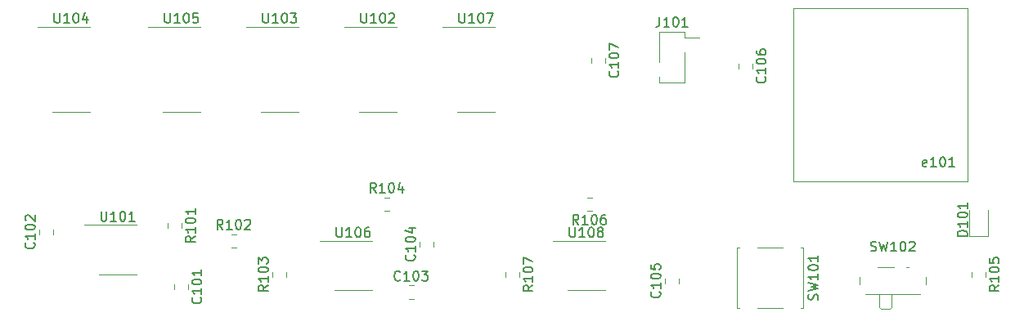
<source format=gbr>
G04 #@! TF.GenerationSoftware,KiCad,Pcbnew,5.1.5+dfsg1-2build2*
G04 #@! TF.CreationDate,2021-01-30T12:17:23-05:00*
G04 #@! TF.ProjectId,breadboard_clock,62726561-6462-46f6-9172-645f636c6f63,rev?*
G04 #@! TF.SameCoordinates,Original*
G04 #@! TF.FileFunction,Legend,Top*
G04 #@! TF.FilePolarity,Positive*
%FSLAX46Y46*%
G04 Gerber Fmt 4.6, Leading zero omitted, Abs format (unit mm)*
G04 Created by KiCad (PCBNEW 5.1.5+dfsg1-2build2) date 2021-01-30 12:17:23*
%MOMM*%
%LPD*%
G04 APERTURE LIST*
%ADD10C,0.120000*%
%ADD11C,0.150000*%
G04 APERTURE END LIST*
D10*
X138540000Y-82520000D02*
X120540000Y-82520000D01*
X138540000Y-100520000D02*
X138540000Y-82520000D01*
X120540000Y-100520000D02*
X138540000Y-100520000D01*
X120540000Y-82520000D02*
X120540000Y-100520000D01*
X106620000Y-89660000D02*
X106620000Y-90230000D01*
X109280000Y-85030000D02*
X109280000Y-85600000D01*
X109280000Y-85600000D02*
X110800000Y-85600000D01*
X106620000Y-85030000D02*
X106620000Y-88140000D01*
X109280000Y-87120000D02*
X109280000Y-90230000D01*
X106620000Y-90230000D02*
X109280000Y-90230000D01*
X106620000Y-85030000D02*
X109280000Y-85030000D01*
X99060000Y-106660000D02*
X95610000Y-106660000D01*
X99060000Y-106660000D02*
X101010000Y-106660000D01*
X99060000Y-111780000D02*
X97110000Y-111780000D01*
X99060000Y-111780000D02*
X101010000Y-111780000D01*
X87630000Y-84465000D02*
X84180000Y-84465000D01*
X87630000Y-84465000D02*
X89580000Y-84465000D01*
X87630000Y-93335000D02*
X85680000Y-93335000D01*
X87630000Y-93335000D02*
X89580000Y-93335000D01*
X74930000Y-106660000D02*
X71480000Y-106660000D01*
X74930000Y-106660000D02*
X76880000Y-106660000D01*
X74930000Y-111780000D02*
X72980000Y-111780000D01*
X74930000Y-111780000D02*
X76880000Y-111780000D01*
X57150000Y-84465000D02*
X53700000Y-84465000D01*
X57150000Y-84465000D02*
X59100000Y-84465000D01*
X57150000Y-93335000D02*
X55200000Y-93335000D01*
X57150000Y-93335000D02*
X59100000Y-93335000D01*
X45720000Y-84465000D02*
X42270000Y-84465000D01*
X45720000Y-84465000D02*
X47670000Y-84465000D01*
X45720000Y-93335000D02*
X43770000Y-93335000D01*
X45720000Y-93335000D02*
X47670000Y-93335000D01*
X67310000Y-84465000D02*
X63860000Y-84465000D01*
X67310000Y-84465000D02*
X69260000Y-84465000D01*
X67310000Y-93335000D02*
X65360000Y-93335000D01*
X67310000Y-93335000D02*
X69260000Y-93335000D01*
X77470000Y-84465000D02*
X74020000Y-84465000D01*
X77470000Y-84465000D02*
X79420000Y-84465000D01*
X77470000Y-93335000D02*
X75520000Y-93335000D01*
X77470000Y-93335000D02*
X79420000Y-93335000D01*
X50560000Y-105010000D02*
X47110000Y-105010000D01*
X50560000Y-105010000D02*
X52510000Y-105010000D01*
X50560000Y-110130000D02*
X48610000Y-110130000D01*
X50560000Y-110130000D02*
X52510000Y-110130000D01*
X134260000Y-111210000D02*
X134260000Y-110420000D01*
X127360000Y-110420000D02*
X127360000Y-111210000D01*
X129210000Y-109370000D02*
X130910000Y-109370000D01*
X127960000Y-112220000D02*
X133660000Y-112220000D01*
X130710000Y-113510000D02*
X130710000Y-112220000D01*
X129610000Y-113720000D02*
X130510000Y-113720000D01*
X129410000Y-112220000D02*
X129410000Y-113510000D01*
X130710000Y-113510000D02*
X130510000Y-113720000D01*
X129410000Y-113510000D02*
X129610000Y-113720000D01*
X132210000Y-109370000D02*
X132410000Y-109370000D01*
X119410000Y-113640000D02*
X116810000Y-113640000D01*
X114660000Y-107340000D02*
X114910000Y-107340000D01*
X114660000Y-113640000D02*
X114660000Y-107340000D01*
X114910000Y-113640000D02*
X114660000Y-113640000D01*
X116810000Y-107340000D02*
X119410000Y-107340000D01*
X121560000Y-113640000D02*
X121310000Y-113640000D01*
X121560000Y-107340000D02*
X121560000Y-113640000D01*
X121310000Y-107340000D02*
X121560000Y-107340000D01*
X90730000Y-109898922D02*
X90730000Y-110416078D01*
X92150000Y-109898922D02*
X92150000Y-110416078D01*
X99651078Y-102160000D02*
X99133922Y-102160000D01*
X99651078Y-103580000D02*
X99133922Y-103580000D01*
X138990000Y-109898922D02*
X138990000Y-110416078D01*
X140410000Y-109898922D02*
X140410000Y-110416078D01*
X78148922Y-103580000D02*
X78666078Y-103580000D01*
X78148922Y-102160000D02*
X78666078Y-102160000D01*
X68020000Y-110416078D02*
X68020000Y-109898922D01*
X66600000Y-110416078D02*
X66600000Y-109898922D01*
X62303922Y-107390000D02*
X62821078Y-107390000D01*
X62303922Y-105970000D02*
X62821078Y-105970000D01*
X55775000Y-104818922D02*
X55775000Y-105336078D01*
X57195000Y-104818922D02*
X57195000Y-105336078D01*
X140660000Y-106157500D02*
X140660000Y-103472500D01*
X138740000Y-106157500D02*
X140660000Y-106157500D01*
X138740000Y-103472500D02*
X138740000Y-106157500D01*
X99620000Y-87703922D02*
X99620000Y-88221078D01*
X101040000Y-87703922D02*
X101040000Y-88221078D01*
X114860000Y-88308922D02*
X114860000Y-88826078D01*
X116280000Y-88308922D02*
X116280000Y-88826078D01*
X108660000Y-111081078D02*
X108660000Y-110563922D01*
X107240000Y-111081078D02*
X107240000Y-110563922D01*
X83260000Y-107271078D02*
X83260000Y-106753922D01*
X81840000Y-107271078D02*
X81840000Y-106753922D01*
X80678922Y-112710000D02*
X81196078Y-112710000D01*
X80678922Y-111290000D02*
X81196078Y-111290000D01*
X43890000Y-106001078D02*
X43890000Y-105483922D01*
X42470000Y-106001078D02*
X42470000Y-105483922D01*
X56440000Y-111168922D02*
X56440000Y-111686078D01*
X57860000Y-111168922D02*
X57860000Y-111686078D01*
D11*
X134301904Y-98924761D02*
X134206666Y-98972380D01*
X134016190Y-98972380D01*
X133920952Y-98924761D01*
X133873333Y-98829523D01*
X133873333Y-98448571D01*
X133920952Y-98353333D01*
X134016190Y-98305714D01*
X134206666Y-98305714D01*
X134301904Y-98353333D01*
X134349523Y-98448571D01*
X134349523Y-98543809D01*
X133873333Y-98639047D01*
X135301904Y-98972380D02*
X134730476Y-98972380D01*
X135016190Y-98972380D02*
X135016190Y-97972380D01*
X134920952Y-98115238D01*
X134825714Y-98210476D01*
X134730476Y-98258095D01*
X135920952Y-97972380D02*
X136016190Y-97972380D01*
X136111428Y-98020000D01*
X136159047Y-98067619D01*
X136206666Y-98162857D01*
X136254285Y-98353333D01*
X136254285Y-98591428D01*
X136206666Y-98781904D01*
X136159047Y-98877142D01*
X136111428Y-98924761D01*
X136016190Y-98972380D01*
X135920952Y-98972380D01*
X135825714Y-98924761D01*
X135778095Y-98877142D01*
X135730476Y-98781904D01*
X135682857Y-98591428D01*
X135682857Y-98353333D01*
X135730476Y-98162857D01*
X135778095Y-98067619D01*
X135825714Y-98020000D01*
X135920952Y-97972380D01*
X137206666Y-98972380D02*
X136635238Y-98972380D01*
X136920952Y-98972380D02*
X136920952Y-97972380D01*
X136825714Y-98115238D01*
X136730476Y-98210476D01*
X136635238Y-98258095D01*
X106664285Y-83482380D02*
X106664285Y-84196666D01*
X106616666Y-84339523D01*
X106521428Y-84434761D01*
X106378571Y-84482380D01*
X106283333Y-84482380D01*
X107664285Y-84482380D02*
X107092857Y-84482380D01*
X107378571Y-84482380D02*
X107378571Y-83482380D01*
X107283333Y-83625238D01*
X107188095Y-83720476D01*
X107092857Y-83768095D01*
X108283333Y-83482380D02*
X108378571Y-83482380D01*
X108473809Y-83530000D01*
X108521428Y-83577619D01*
X108569047Y-83672857D01*
X108616666Y-83863333D01*
X108616666Y-84101428D01*
X108569047Y-84291904D01*
X108521428Y-84387142D01*
X108473809Y-84434761D01*
X108378571Y-84482380D01*
X108283333Y-84482380D01*
X108188095Y-84434761D01*
X108140476Y-84387142D01*
X108092857Y-84291904D01*
X108045238Y-84101428D01*
X108045238Y-83863333D01*
X108092857Y-83672857D01*
X108140476Y-83577619D01*
X108188095Y-83530000D01*
X108283333Y-83482380D01*
X109569047Y-84482380D02*
X108997619Y-84482380D01*
X109283333Y-84482380D02*
X109283333Y-83482380D01*
X109188095Y-83625238D01*
X109092857Y-83720476D01*
X108997619Y-83768095D01*
X97345714Y-105272380D02*
X97345714Y-106081904D01*
X97393333Y-106177142D01*
X97440952Y-106224761D01*
X97536190Y-106272380D01*
X97726666Y-106272380D01*
X97821904Y-106224761D01*
X97869523Y-106177142D01*
X97917142Y-106081904D01*
X97917142Y-105272380D01*
X98917142Y-106272380D02*
X98345714Y-106272380D01*
X98631428Y-106272380D02*
X98631428Y-105272380D01*
X98536190Y-105415238D01*
X98440952Y-105510476D01*
X98345714Y-105558095D01*
X99536190Y-105272380D02*
X99631428Y-105272380D01*
X99726666Y-105320000D01*
X99774285Y-105367619D01*
X99821904Y-105462857D01*
X99869523Y-105653333D01*
X99869523Y-105891428D01*
X99821904Y-106081904D01*
X99774285Y-106177142D01*
X99726666Y-106224761D01*
X99631428Y-106272380D01*
X99536190Y-106272380D01*
X99440952Y-106224761D01*
X99393333Y-106177142D01*
X99345714Y-106081904D01*
X99298095Y-105891428D01*
X99298095Y-105653333D01*
X99345714Y-105462857D01*
X99393333Y-105367619D01*
X99440952Y-105320000D01*
X99536190Y-105272380D01*
X100440952Y-105700952D02*
X100345714Y-105653333D01*
X100298095Y-105605714D01*
X100250476Y-105510476D01*
X100250476Y-105462857D01*
X100298095Y-105367619D01*
X100345714Y-105320000D01*
X100440952Y-105272380D01*
X100631428Y-105272380D01*
X100726666Y-105320000D01*
X100774285Y-105367619D01*
X100821904Y-105462857D01*
X100821904Y-105510476D01*
X100774285Y-105605714D01*
X100726666Y-105653333D01*
X100631428Y-105700952D01*
X100440952Y-105700952D01*
X100345714Y-105748571D01*
X100298095Y-105796190D01*
X100250476Y-105891428D01*
X100250476Y-106081904D01*
X100298095Y-106177142D01*
X100345714Y-106224761D01*
X100440952Y-106272380D01*
X100631428Y-106272380D01*
X100726666Y-106224761D01*
X100774285Y-106177142D01*
X100821904Y-106081904D01*
X100821904Y-105891428D01*
X100774285Y-105796190D01*
X100726666Y-105748571D01*
X100631428Y-105700952D01*
X85915714Y-83072380D02*
X85915714Y-83881904D01*
X85963333Y-83977142D01*
X86010952Y-84024761D01*
X86106190Y-84072380D01*
X86296666Y-84072380D01*
X86391904Y-84024761D01*
X86439523Y-83977142D01*
X86487142Y-83881904D01*
X86487142Y-83072380D01*
X87487142Y-84072380D02*
X86915714Y-84072380D01*
X87201428Y-84072380D02*
X87201428Y-83072380D01*
X87106190Y-83215238D01*
X87010952Y-83310476D01*
X86915714Y-83358095D01*
X88106190Y-83072380D02*
X88201428Y-83072380D01*
X88296666Y-83120000D01*
X88344285Y-83167619D01*
X88391904Y-83262857D01*
X88439523Y-83453333D01*
X88439523Y-83691428D01*
X88391904Y-83881904D01*
X88344285Y-83977142D01*
X88296666Y-84024761D01*
X88201428Y-84072380D01*
X88106190Y-84072380D01*
X88010952Y-84024761D01*
X87963333Y-83977142D01*
X87915714Y-83881904D01*
X87868095Y-83691428D01*
X87868095Y-83453333D01*
X87915714Y-83262857D01*
X87963333Y-83167619D01*
X88010952Y-83120000D01*
X88106190Y-83072380D01*
X88772857Y-83072380D02*
X89439523Y-83072380D01*
X89010952Y-84072380D01*
X73215714Y-105272380D02*
X73215714Y-106081904D01*
X73263333Y-106177142D01*
X73310952Y-106224761D01*
X73406190Y-106272380D01*
X73596666Y-106272380D01*
X73691904Y-106224761D01*
X73739523Y-106177142D01*
X73787142Y-106081904D01*
X73787142Y-105272380D01*
X74787142Y-106272380D02*
X74215714Y-106272380D01*
X74501428Y-106272380D02*
X74501428Y-105272380D01*
X74406190Y-105415238D01*
X74310952Y-105510476D01*
X74215714Y-105558095D01*
X75406190Y-105272380D02*
X75501428Y-105272380D01*
X75596666Y-105320000D01*
X75644285Y-105367619D01*
X75691904Y-105462857D01*
X75739523Y-105653333D01*
X75739523Y-105891428D01*
X75691904Y-106081904D01*
X75644285Y-106177142D01*
X75596666Y-106224761D01*
X75501428Y-106272380D01*
X75406190Y-106272380D01*
X75310952Y-106224761D01*
X75263333Y-106177142D01*
X75215714Y-106081904D01*
X75168095Y-105891428D01*
X75168095Y-105653333D01*
X75215714Y-105462857D01*
X75263333Y-105367619D01*
X75310952Y-105320000D01*
X75406190Y-105272380D01*
X76596666Y-105272380D02*
X76406190Y-105272380D01*
X76310952Y-105320000D01*
X76263333Y-105367619D01*
X76168095Y-105510476D01*
X76120476Y-105700952D01*
X76120476Y-106081904D01*
X76168095Y-106177142D01*
X76215714Y-106224761D01*
X76310952Y-106272380D01*
X76501428Y-106272380D01*
X76596666Y-106224761D01*
X76644285Y-106177142D01*
X76691904Y-106081904D01*
X76691904Y-105843809D01*
X76644285Y-105748571D01*
X76596666Y-105700952D01*
X76501428Y-105653333D01*
X76310952Y-105653333D01*
X76215714Y-105700952D01*
X76168095Y-105748571D01*
X76120476Y-105843809D01*
X55435714Y-83072380D02*
X55435714Y-83881904D01*
X55483333Y-83977142D01*
X55530952Y-84024761D01*
X55626190Y-84072380D01*
X55816666Y-84072380D01*
X55911904Y-84024761D01*
X55959523Y-83977142D01*
X56007142Y-83881904D01*
X56007142Y-83072380D01*
X57007142Y-84072380D02*
X56435714Y-84072380D01*
X56721428Y-84072380D02*
X56721428Y-83072380D01*
X56626190Y-83215238D01*
X56530952Y-83310476D01*
X56435714Y-83358095D01*
X57626190Y-83072380D02*
X57721428Y-83072380D01*
X57816666Y-83120000D01*
X57864285Y-83167619D01*
X57911904Y-83262857D01*
X57959523Y-83453333D01*
X57959523Y-83691428D01*
X57911904Y-83881904D01*
X57864285Y-83977142D01*
X57816666Y-84024761D01*
X57721428Y-84072380D01*
X57626190Y-84072380D01*
X57530952Y-84024761D01*
X57483333Y-83977142D01*
X57435714Y-83881904D01*
X57388095Y-83691428D01*
X57388095Y-83453333D01*
X57435714Y-83262857D01*
X57483333Y-83167619D01*
X57530952Y-83120000D01*
X57626190Y-83072380D01*
X58864285Y-83072380D02*
X58388095Y-83072380D01*
X58340476Y-83548571D01*
X58388095Y-83500952D01*
X58483333Y-83453333D01*
X58721428Y-83453333D01*
X58816666Y-83500952D01*
X58864285Y-83548571D01*
X58911904Y-83643809D01*
X58911904Y-83881904D01*
X58864285Y-83977142D01*
X58816666Y-84024761D01*
X58721428Y-84072380D01*
X58483333Y-84072380D01*
X58388095Y-84024761D01*
X58340476Y-83977142D01*
X44005714Y-83072380D02*
X44005714Y-83881904D01*
X44053333Y-83977142D01*
X44100952Y-84024761D01*
X44196190Y-84072380D01*
X44386666Y-84072380D01*
X44481904Y-84024761D01*
X44529523Y-83977142D01*
X44577142Y-83881904D01*
X44577142Y-83072380D01*
X45577142Y-84072380D02*
X45005714Y-84072380D01*
X45291428Y-84072380D02*
X45291428Y-83072380D01*
X45196190Y-83215238D01*
X45100952Y-83310476D01*
X45005714Y-83358095D01*
X46196190Y-83072380D02*
X46291428Y-83072380D01*
X46386666Y-83120000D01*
X46434285Y-83167619D01*
X46481904Y-83262857D01*
X46529523Y-83453333D01*
X46529523Y-83691428D01*
X46481904Y-83881904D01*
X46434285Y-83977142D01*
X46386666Y-84024761D01*
X46291428Y-84072380D01*
X46196190Y-84072380D01*
X46100952Y-84024761D01*
X46053333Y-83977142D01*
X46005714Y-83881904D01*
X45958095Y-83691428D01*
X45958095Y-83453333D01*
X46005714Y-83262857D01*
X46053333Y-83167619D01*
X46100952Y-83120000D01*
X46196190Y-83072380D01*
X47386666Y-83405714D02*
X47386666Y-84072380D01*
X47148571Y-83024761D02*
X46910476Y-83739047D01*
X47529523Y-83739047D01*
X65595714Y-83072380D02*
X65595714Y-83881904D01*
X65643333Y-83977142D01*
X65690952Y-84024761D01*
X65786190Y-84072380D01*
X65976666Y-84072380D01*
X66071904Y-84024761D01*
X66119523Y-83977142D01*
X66167142Y-83881904D01*
X66167142Y-83072380D01*
X67167142Y-84072380D02*
X66595714Y-84072380D01*
X66881428Y-84072380D02*
X66881428Y-83072380D01*
X66786190Y-83215238D01*
X66690952Y-83310476D01*
X66595714Y-83358095D01*
X67786190Y-83072380D02*
X67881428Y-83072380D01*
X67976666Y-83120000D01*
X68024285Y-83167619D01*
X68071904Y-83262857D01*
X68119523Y-83453333D01*
X68119523Y-83691428D01*
X68071904Y-83881904D01*
X68024285Y-83977142D01*
X67976666Y-84024761D01*
X67881428Y-84072380D01*
X67786190Y-84072380D01*
X67690952Y-84024761D01*
X67643333Y-83977142D01*
X67595714Y-83881904D01*
X67548095Y-83691428D01*
X67548095Y-83453333D01*
X67595714Y-83262857D01*
X67643333Y-83167619D01*
X67690952Y-83120000D01*
X67786190Y-83072380D01*
X68452857Y-83072380D02*
X69071904Y-83072380D01*
X68738571Y-83453333D01*
X68881428Y-83453333D01*
X68976666Y-83500952D01*
X69024285Y-83548571D01*
X69071904Y-83643809D01*
X69071904Y-83881904D01*
X69024285Y-83977142D01*
X68976666Y-84024761D01*
X68881428Y-84072380D01*
X68595714Y-84072380D01*
X68500476Y-84024761D01*
X68452857Y-83977142D01*
X75755714Y-83072380D02*
X75755714Y-83881904D01*
X75803333Y-83977142D01*
X75850952Y-84024761D01*
X75946190Y-84072380D01*
X76136666Y-84072380D01*
X76231904Y-84024761D01*
X76279523Y-83977142D01*
X76327142Y-83881904D01*
X76327142Y-83072380D01*
X77327142Y-84072380D02*
X76755714Y-84072380D01*
X77041428Y-84072380D02*
X77041428Y-83072380D01*
X76946190Y-83215238D01*
X76850952Y-83310476D01*
X76755714Y-83358095D01*
X77946190Y-83072380D02*
X78041428Y-83072380D01*
X78136666Y-83120000D01*
X78184285Y-83167619D01*
X78231904Y-83262857D01*
X78279523Y-83453333D01*
X78279523Y-83691428D01*
X78231904Y-83881904D01*
X78184285Y-83977142D01*
X78136666Y-84024761D01*
X78041428Y-84072380D01*
X77946190Y-84072380D01*
X77850952Y-84024761D01*
X77803333Y-83977142D01*
X77755714Y-83881904D01*
X77708095Y-83691428D01*
X77708095Y-83453333D01*
X77755714Y-83262857D01*
X77803333Y-83167619D01*
X77850952Y-83120000D01*
X77946190Y-83072380D01*
X78660476Y-83167619D02*
X78708095Y-83120000D01*
X78803333Y-83072380D01*
X79041428Y-83072380D01*
X79136666Y-83120000D01*
X79184285Y-83167619D01*
X79231904Y-83262857D01*
X79231904Y-83358095D01*
X79184285Y-83500952D01*
X78612857Y-84072380D01*
X79231904Y-84072380D01*
X48845714Y-103622380D02*
X48845714Y-104431904D01*
X48893333Y-104527142D01*
X48940952Y-104574761D01*
X49036190Y-104622380D01*
X49226666Y-104622380D01*
X49321904Y-104574761D01*
X49369523Y-104527142D01*
X49417142Y-104431904D01*
X49417142Y-103622380D01*
X50417142Y-104622380D02*
X49845714Y-104622380D01*
X50131428Y-104622380D02*
X50131428Y-103622380D01*
X50036190Y-103765238D01*
X49940952Y-103860476D01*
X49845714Y-103908095D01*
X51036190Y-103622380D02*
X51131428Y-103622380D01*
X51226666Y-103670000D01*
X51274285Y-103717619D01*
X51321904Y-103812857D01*
X51369523Y-104003333D01*
X51369523Y-104241428D01*
X51321904Y-104431904D01*
X51274285Y-104527142D01*
X51226666Y-104574761D01*
X51131428Y-104622380D01*
X51036190Y-104622380D01*
X50940952Y-104574761D01*
X50893333Y-104527142D01*
X50845714Y-104431904D01*
X50798095Y-104241428D01*
X50798095Y-104003333D01*
X50845714Y-103812857D01*
X50893333Y-103717619D01*
X50940952Y-103670000D01*
X51036190Y-103622380D01*
X52321904Y-104622380D02*
X51750476Y-104622380D01*
X52036190Y-104622380D02*
X52036190Y-103622380D01*
X51940952Y-103765238D01*
X51845714Y-103860476D01*
X51750476Y-103908095D01*
X128524285Y-107694761D02*
X128667142Y-107742380D01*
X128905238Y-107742380D01*
X129000476Y-107694761D01*
X129048095Y-107647142D01*
X129095714Y-107551904D01*
X129095714Y-107456666D01*
X129048095Y-107361428D01*
X129000476Y-107313809D01*
X128905238Y-107266190D01*
X128714761Y-107218571D01*
X128619523Y-107170952D01*
X128571904Y-107123333D01*
X128524285Y-107028095D01*
X128524285Y-106932857D01*
X128571904Y-106837619D01*
X128619523Y-106790000D01*
X128714761Y-106742380D01*
X128952857Y-106742380D01*
X129095714Y-106790000D01*
X129429047Y-106742380D02*
X129667142Y-107742380D01*
X129857619Y-107028095D01*
X130048095Y-107742380D01*
X130286190Y-106742380D01*
X131190952Y-107742380D02*
X130619523Y-107742380D01*
X130905238Y-107742380D02*
X130905238Y-106742380D01*
X130810000Y-106885238D01*
X130714761Y-106980476D01*
X130619523Y-107028095D01*
X131810000Y-106742380D02*
X131905238Y-106742380D01*
X132000476Y-106790000D01*
X132048095Y-106837619D01*
X132095714Y-106932857D01*
X132143333Y-107123333D01*
X132143333Y-107361428D01*
X132095714Y-107551904D01*
X132048095Y-107647142D01*
X132000476Y-107694761D01*
X131905238Y-107742380D01*
X131810000Y-107742380D01*
X131714761Y-107694761D01*
X131667142Y-107647142D01*
X131619523Y-107551904D01*
X131571904Y-107361428D01*
X131571904Y-107123333D01*
X131619523Y-106932857D01*
X131667142Y-106837619D01*
X131714761Y-106790000D01*
X131810000Y-106742380D01*
X132524285Y-106837619D02*
X132571904Y-106790000D01*
X132667142Y-106742380D01*
X132905238Y-106742380D01*
X133000476Y-106790000D01*
X133048095Y-106837619D01*
X133095714Y-106932857D01*
X133095714Y-107028095D01*
X133048095Y-107170952D01*
X132476666Y-107742380D01*
X133095714Y-107742380D01*
X123014761Y-112775714D02*
X123062380Y-112632857D01*
X123062380Y-112394761D01*
X123014761Y-112299523D01*
X122967142Y-112251904D01*
X122871904Y-112204285D01*
X122776666Y-112204285D01*
X122681428Y-112251904D01*
X122633809Y-112299523D01*
X122586190Y-112394761D01*
X122538571Y-112585238D01*
X122490952Y-112680476D01*
X122443333Y-112728095D01*
X122348095Y-112775714D01*
X122252857Y-112775714D01*
X122157619Y-112728095D01*
X122110000Y-112680476D01*
X122062380Y-112585238D01*
X122062380Y-112347142D01*
X122110000Y-112204285D01*
X122062380Y-111870952D02*
X123062380Y-111632857D01*
X122348095Y-111442380D01*
X123062380Y-111251904D01*
X122062380Y-111013809D01*
X123062380Y-110109047D02*
X123062380Y-110680476D01*
X123062380Y-110394761D02*
X122062380Y-110394761D01*
X122205238Y-110490000D01*
X122300476Y-110585238D01*
X122348095Y-110680476D01*
X122062380Y-109490000D02*
X122062380Y-109394761D01*
X122110000Y-109299523D01*
X122157619Y-109251904D01*
X122252857Y-109204285D01*
X122443333Y-109156666D01*
X122681428Y-109156666D01*
X122871904Y-109204285D01*
X122967142Y-109251904D01*
X123014761Y-109299523D01*
X123062380Y-109394761D01*
X123062380Y-109490000D01*
X123014761Y-109585238D01*
X122967142Y-109632857D01*
X122871904Y-109680476D01*
X122681428Y-109728095D01*
X122443333Y-109728095D01*
X122252857Y-109680476D01*
X122157619Y-109632857D01*
X122110000Y-109585238D01*
X122062380Y-109490000D01*
X123062380Y-108204285D02*
X123062380Y-108775714D01*
X123062380Y-108490000D02*
X122062380Y-108490000D01*
X122205238Y-108585238D01*
X122300476Y-108680476D01*
X122348095Y-108775714D01*
X93542380Y-111276547D02*
X93066190Y-111609880D01*
X93542380Y-111847976D02*
X92542380Y-111847976D01*
X92542380Y-111467023D01*
X92590000Y-111371785D01*
X92637619Y-111324166D01*
X92732857Y-111276547D01*
X92875714Y-111276547D01*
X92970952Y-111324166D01*
X93018571Y-111371785D01*
X93066190Y-111467023D01*
X93066190Y-111847976D01*
X93542380Y-110324166D02*
X93542380Y-110895595D01*
X93542380Y-110609880D02*
X92542380Y-110609880D01*
X92685238Y-110705119D01*
X92780476Y-110800357D01*
X92828095Y-110895595D01*
X92542380Y-109705119D02*
X92542380Y-109609880D01*
X92590000Y-109514642D01*
X92637619Y-109467023D01*
X92732857Y-109419404D01*
X92923333Y-109371785D01*
X93161428Y-109371785D01*
X93351904Y-109419404D01*
X93447142Y-109467023D01*
X93494761Y-109514642D01*
X93542380Y-109609880D01*
X93542380Y-109705119D01*
X93494761Y-109800357D01*
X93447142Y-109847976D01*
X93351904Y-109895595D01*
X93161428Y-109943214D01*
X92923333Y-109943214D01*
X92732857Y-109895595D01*
X92637619Y-109847976D01*
X92590000Y-109800357D01*
X92542380Y-109705119D01*
X92542380Y-109038452D02*
X92542380Y-108371785D01*
X93542380Y-108800357D01*
X98273452Y-104972380D02*
X97940119Y-104496190D01*
X97702023Y-104972380D02*
X97702023Y-103972380D01*
X98082976Y-103972380D01*
X98178214Y-104020000D01*
X98225833Y-104067619D01*
X98273452Y-104162857D01*
X98273452Y-104305714D01*
X98225833Y-104400952D01*
X98178214Y-104448571D01*
X98082976Y-104496190D01*
X97702023Y-104496190D01*
X99225833Y-104972380D02*
X98654404Y-104972380D01*
X98940119Y-104972380D02*
X98940119Y-103972380D01*
X98844880Y-104115238D01*
X98749642Y-104210476D01*
X98654404Y-104258095D01*
X99844880Y-103972380D02*
X99940119Y-103972380D01*
X100035357Y-104020000D01*
X100082976Y-104067619D01*
X100130595Y-104162857D01*
X100178214Y-104353333D01*
X100178214Y-104591428D01*
X100130595Y-104781904D01*
X100082976Y-104877142D01*
X100035357Y-104924761D01*
X99940119Y-104972380D01*
X99844880Y-104972380D01*
X99749642Y-104924761D01*
X99702023Y-104877142D01*
X99654404Y-104781904D01*
X99606785Y-104591428D01*
X99606785Y-104353333D01*
X99654404Y-104162857D01*
X99702023Y-104067619D01*
X99749642Y-104020000D01*
X99844880Y-103972380D01*
X101035357Y-103972380D02*
X100844880Y-103972380D01*
X100749642Y-104020000D01*
X100702023Y-104067619D01*
X100606785Y-104210476D01*
X100559166Y-104400952D01*
X100559166Y-104781904D01*
X100606785Y-104877142D01*
X100654404Y-104924761D01*
X100749642Y-104972380D01*
X100940119Y-104972380D01*
X101035357Y-104924761D01*
X101082976Y-104877142D01*
X101130595Y-104781904D01*
X101130595Y-104543809D01*
X101082976Y-104448571D01*
X101035357Y-104400952D01*
X100940119Y-104353333D01*
X100749642Y-104353333D01*
X100654404Y-104400952D01*
X100606785Y-104448571D01*
X100559166Y-104543809D01*
X141802380Y-111276547D02*
X141326190Y-111609880D01*
X141802380Y-111847976D02*
X140802380Y-111847976D01*
X140802380Y-111467023D01*
X140850000Y-111371785D01*
X140897619Y-111324166D01*
X140992857Y-111276547D01*
X141135714Y-111276547D01*
X141230952Y-111324166D01*
X141278571Y-111371785D01*
X141326190Y-111467023D01*
X141326190Y-111847976D01*
X141802380Y-110324166D02*
X141802380Y-110895595D01*
X141802380Y-110609880D02*
X140802380Y-110609880D01*
X140945238Y-110705119D01*
X141040476Y-110800357D01*
X141088095Y-110895595D01*
X140802380Y-109705119D02*
X140802380Y-109609880D01*
X140850000Y-109514642D01*
X140897619Y-109467023D01*
X140992857Y-109419404D01*
X141183333Y-109371785D01*
X141421428Y-109371785D01*
X141611904Y-109419404D01*
X141707142Y-109467023D01*
X141754761Y-109514642D01*
X141802380Y-109609880D01*
X141802380Y-109705119D01*
X141754761Y-109800357D01*
X141707142Y-109847976D01*
X141611904Y-109895595D01*
X141421428Y-109943214D01*
X141183333Y-109943214D01*
X140992857Y-109895595D01*
X140897619Y-109847976D01*
X140850000Y-109800357D01*
X140802380Y-109705119D01*
X140802380Y-108467023D02*
X140802380Y-108943214D01*
X141278571Y-108990833D01*
X141230952Y-108943214D01*
X141183333Y-108847976D01*
X141183333Y-108609880D01*
X141230952Y-108514642D01*
X141278571Y-108467023D01*
X141373809Y-108419404D01*
X141611904Y-108419404D01*
X141707142Y-108467023D01*
X141754761Y-108514642D01*
X141802380Y-108609880D01*
X141802380Y-108847976D01*
X141754761Y-108943214D01*
X141707142Y-108990833D01*
X77288452Y-101672380D02*
X76955119Y-101196190D01*
X76717023Y-101672380D02*
X76717023Y-100672380D01*
X77097976Y-100672380D01*
X77193214Y-100720000D01*
X77240833Y-100767619D01*
X77288452Y-100862857D01*
X77288452Y-101005714D01*
X77240833Y-101100952D01*
X77193214Y-101148571D01*
X77097976Y-101196190D01*
X76717023Y-101196190D01*
X78240833Y-101672380D02*
X77669404Y-101672380D01*
X77955119Y-101672380D02*
X77955119Y-100672380D01*
X77859880Y-100815238D01*
X77764642Y-100910476D01*
X77669404Y-100958095D01*
X78859880Y-100672380D02*
X78955119Y-100672380D01*
X79050357Y-100720000D01*
X79097976Y-100767619D01*
X79145595Y-100862857D01*
X79193214Y-101053333D01*
X79193214Y-101291428D01*
X79145595Y-101481904D01*
X79097976Y-101577142D01*
X79050357Y-101624761D01*
X78955119Y-101672380D01*
X78859880Y-101672380D01*
X78764642Y-101624761D01*
X78717023Y-101577142D01*
X78669404Y-101481904D01*
X78621785Y-101291428D01*
X78621785Y-101053333D01*
X78669404Y-100862857D01*
X78717023Y-100767619D01*
X78764642Y-100720000D01*
X78859880Y-100672380D01*
X80050357Y-101005714D02*
X80050357Y-101672380D01*
X79812261Y-100624761D02*
X79574166Y-101339047D01*
X80193214Y-101339047D01*
X66112380Y-111276547D02*
X65636190Y-111609880D01*
X66112380Y-111847976D02*
X65112380Y-111847976D01*
X65112380Y-111467023D01*
X65160000Y-111371785D01*
X65207619Y-111324166D01*
X65302857Y-111276547D01*
X65445714Y-111276547D01*
X65540952Y-111324166D01*
X65588571Y-111371785D01*
X65636190Y-111467023D01*
X65636190Y-111847976D01*
X66112380Y-110324166D02*
X66112380Y-110895595D01*
X66112380Y-110609880D02*
X65112380Y-110609880D01*
X65255238Y-110705119D01*
X65350476Y-110800357D01*
X65398095Y-110895595D01*
X65112380Y-109705119D02*
X65112380Y-109609880D01*
X65160000Y-109514642D01*
X65207619Y-109467023D01*
X65302857Y-109419404D01*
X65493333Y-109371785D01*
X65731428Y-109371785D01*
X65921904Y-109419404D01*
X66017142Y-109467023D01*
X66064761Y-109514642D01*
X66112380Y-109609880D01*
X66112380Y-109705119D01*
X66064761Y-109800357D01*
X66017142Y-109847976D01*
X65921904Y-109895595D01*
X65731428Y-109943214D01*
X65493333Y-109943214D01*
X65302857Y-109895595D01*
X65207619Y-109847976D01*
X65160000Y-109800357D01*
X65112380Y-109705119D01*
X65112380Y-109038452D02*
X65112380Y-108419404D01*
X65493333Y-108752738D01*
X65493333Y-108609880D01*
X65540952Y-108514642D01*
X65588571Y-108467023D01*
X65683809Y-108419404D01*
X65921904Y-108419404D01*
X66017142Y-108467023D01*
X66064761Y-108514642D01*
X66112380Y-108609880D01*
X66112380Y-108895595D01*
X66064761Y-108990833D01*
X66017142Y-109038452D01*
X61443452Y-105482380D02*
X61110119Y-105006190D01*
X60872023Y-105482380D02*
X60872023Y-104482380D01*
X61252976Y-104482380D01*
X61348214Y-104530000D01*
X61395833Y-104577619D01*
X61443452Y-104672857D01*
X61443452Y-104815714D01*
X61395833Y-104910952D01*
X61348214Y-104958571D01*
X61252976Y-105006190D01*
X60872023Y-105006190D01*
X62395833Y-105482380D02*
X61824404Y-105482380D01*
X62110119Y-105482380D02*
X62110119Y-104482380D01*
X62014880Y-104625238D01*
X61919642Y-104720476D01*
X61824404Y-104768095D01*
X63014880Y-104482380D02*
X63110119Y-104482380D01*
X63205357Y-104530000D01*
X63252976Y-104577619D01*
X63300595Y-104672857D01*
X63348214Y-104863333D01*
X63348214Y-105101428D01*
X63300595Y-105291904D01*
X63252976Y-105387142D01*
X63205357Y-105434761D01*
X63110119Y-105482380D01*
X63014880Y-105482380D01*
X62919642Y-105434761D01*
X62872023Y-105387142D01*
X62824404Y-105291904D01*
X62776785Y-105101428D01*
X62776785Y-104863333D01*
X62824404Y-104672857D01*
X62872023Y-104577619D01*
X62919642Y-104530000D01*
X63014880Y-104482380D01*
X63729166Y-104577619D02*
X63776785Y-104530000D01*
X63872023Y-104482380D01*
X64110119Y-104482380D01*
X64205357Y-104530000D01*
X64252976Y-104577619D01*
X64300595Y-104672857D01*
X64300595Y-104768095D01*
X64252976Y-104910952D01*
X63681547Y-105482380D01*
X64300595Y-105482380D01*
X58587380Y-106196547D02*
X58111190Y-106529880D01*
X58587380Y-106767976D02*
X57587380Y-106767976D01*
X57587380Y-106387023D01*
X57635000Y-106291785D01*
X57682619Y-106244166D01*
X57777857Y-106196547D01*
X57920714Y-106196547D01*
X58015952Y-106244166D01*
X58063571Y-106291785D01*
X58111190Y-106387023D01*
X58111190Y-106767976D01*
X58587380Y-105244166D02*
X58587380Y-105815595D01*
X58587380Y-105529880D02*
X57587380Y-105529880D01*
X57730238Y-105625119D01*
X57825476Y-105720357D01*
X57873095Y-105815595D01*
X57587380Y-104625119D02*
X57587380Y-104529880D01*
X57635000Y-104434642D01*
X57682619Y-104387023D01*
X57777857Y-104339404D01*
X57968333Y-104291785D01*
X58206428Y-104291785D01*
X58396904Y-104339404D01*
X58492142Y-104387023D01*
X58539761Y-104434642D01*
X58587380Y-104529880D01*
X58587380Y-104625119D01*
X58539761Y-104720357D01*
X58492142Y-104767976D01*
X58396904Y-104815595D01*
X58206428Y-104863214D01*
X57968333Y-104863214D01*
X57777857Y-104815595D01*
X57682619Y-104767976D01*
X57635000Y-104720357D01*
X57587380Y-104625119D01*
X58587380Y-103339404D02*
X58587380Y-103910833D01*
X58587380Y-103625119D02*
X57587380Y-103625119D01*
X57730238Y-103720357D01*
X57825476Y-103815595D01*
X57873095Y-103910833D01*
X138502380Y-106162976D02*
X137502380Y-106162976D01*
X137502380Y-105924880D01*
X137550000Y-105782023D01*
X137645238Y-105686785D01*
X137740476Y-105639166D01*
X137930952Y-105591547D01*
X138073809Y-105591547D01*
X138264285Y-105639166D01*
X138359523Y-105686785D01*
X138454761Y-105782023D01*
X138502380Y-105924880D01*
X138502380Y-106162976D01*
X138502380Y-104639166D02*
X138502380Y-105210595D01*
X138502380Y-104924880D02*
X137502380Y-104924880D01*
X137645238Y-105020119D01*
X137740476Y-105115357D01*
X137788095Y-105210595D01*
X137502380Y-104020119D02*
X137502380Y-103924880D01*
X137550000Y-103829642D01*
X137597619Y-103782023D01*
X137692857Y-103734404D01*
X137883333Y-103686785D01*
X138121428Y-103686785D01*
X138311904Y-103734404D01*
X138407142Y-103782023D01*
X138454761Y-103829642D01*
X138502380Y-103924880D01*
X138502380Y-104020119D01*
X138454761Y-104115357D01*
X138407142Y-104162976D01*
X138311904Y-104210595D01*
X138121428Y-104258214D01*
X137883333Y-104258214D01*
X137692857Y-104210595D01*
X137597619Y-104162976D01*
X137550000Y-104115357D01*
X137502380Y-104020119D01*
X138502380Y-102734404D02*
X138502380Y-103305833D01*
X138502380Y-103020119D02*
X137502380Y-103020119D01*
X137645238Y-103115357D01*
X137740476Y-103210595D01*
X137788095Y-103305833D01*
X102337142Y-89081547D02*
X102384761Y-89129166D01*
X102432380Y-89272023D01*
X102432380Y-89367261D01*
X102384761Y-89510119D01*
X102289523Y-89605357D01*
X102194285Y-89652976D01*
X102003809Y-89700595D01*
X101860952Y-89700595D01*
X101670476Y-89652976D01*
X101575238Y-89605357D01*
X101480000Y-89510119D01*
X101432380Y-89367261D01*
X101432380Y-89272023D01*
X101480000Y-89129166D01*
X101527619Y-89081547D01*
X102432380Y-88129166D02*
X102432380Y-88700595D01*
X102432380Y-88414880D02*
X101432380Y-88414880D01*
X101575238Y-88510119D01*
X101670476Y-88605357D01*
X101718095Y-88700595D01*
X101432380Y-87510119D02*
X101432380Y-87414880D01*
X101480000Y-87319642D01*
X101527619Y-87272023D01*
X101622857Y-87224404D01*
X101813333Y-87176785D01*
X102051428Y-87176785D01*
X102241904Y-87224404D01*
X102337142Y-87272023D01*
X102384761Y-87319642D01*
X102432380Y-87414880D01*
X102432380Y-87510119D01*
X102384761Y-87605357D01*
X102337142Y-87652976D01*
X102241904Y-87700595D01*
X102051428Y-87748214D01*
X101813333Y-87748214D01*
X101622857Y-87700595D01*
X101527619Y-87652976D01*
X101480000Y-87605357D01*
X101432380Y-87510119D01*
X101432380Y-86843452D02*
X101432380Y-86176785D01*
X102432380Y-86605357D01*
X117577142Y-89686547D02*
X117624761Y-89734166D01*
X117672380Y-89877023D01*
X117672380Y-89972261D01*
X117624761Y-90115119D01*
X117529523Y-90210357D01*
X117434285Y-90257976D01*
X117243809Y-90305595D01*
X117100952Y-90305595D01*
X116910476Y-90257976D01*
X116815238Y-90210357D01*
X116720000Y-90115119D01*
X116672380Y-89972261D01*
X116672380Y-89877023D01*
X116720000Y-89734166D01*
X116767619Y-89686547D01*
X117672380Y-88734166D02*
X117672380Y-89305595D01*
X117672380Y-89019880D02*
X116672380Y-89019880D01*
X116815238Y-89115119D01*
X116910476Y-89210357D01*
X116958095Y-89305595D01*
X116672380Y-88115119D02*
X116672380Y-88019880D01*
X116720000Y-87924642D01*
X116767619Y-87877023D01*
X116862857Y-87829404D01*
X117053333Y-87781785D01*
X117291428Y-87781785D01*
X117481904Y-87829404D01*
X117577142Y-87877023D01*
X117624761Y-87924642D01*
X117672380Y-88019880D01*
X117672380Y-88115119D01*
X117624761Y-88210357D01*
X117577142Y-88257976D01*
X117481904Y-88305595D01*
X117291428Y-88353214D01*
X117053333Y-88353214D01*
X116862857Y-88305595D01*
X116767619Y-88257976D01*
X116720000Y-88210357D01*
X116672380Y-88115119D01*
X116672380Y-86924642D02*
X116672380Y-87115119D01*
X116720000Y-87210357D01*
X116767619Y-87257976D01*
X116910476Y-87353214D01*
X117100952Y-87400833D01*
X117481904Y-87400833D01*
X117577142Y-87353214D01*
X117624761Y-87305595D01*
X117672380Y-87210357D01*
X117672380Y-87019880D01*
X117624761Y-86924642D01*
X117577142Y-86877023D01*
X117481904Y-86829404D01*
X117243809Y-86829404D01*
X117148571Y-86877023D01*
X117100952Y-86924642D01*
X117053333Y-87019880D01*
X117053333Y-87210357D01*
X117100952Y-87305595D01*
X117148571Y-87353214D01*
X117243809Y-87400833D01*
X106657142Y-111941547D02*
X106704761Y-111989166D01*
X106752380Y-112132023D01*
X106752380Y-112227261D01*
X106704761Y-112370119D01*
X106609523Y-112465357D01*
X106514285Y-112512976D01*
X106323809Y-112560595D01*
X106180952Y-112560595D01*
X105990476Y-112512976D01*
X105895238Y-112465357D01*
X105800000Y-112370119D01*
X105752380Y-112227261D01*
X105752380Y-112132023D01*
X105800000Y-111989166D01*
X105847619Y-111941547D01*
X106752380Y-110989166D02*
X106752380Y-111560595D01*
X106752380Y-111274880D02*
X105752380Y-111274880D01*
X105895238Y-111370119D01*
X105990476Y-111465357D01*
X106038095Y-111560595D01*
X105752380Y-110370119D02*
X105752380Y-110274880D01*
X105800000Y-110179642D01*
X105847619Y-110132023D01*
X105942857Y-110084404D01*
X106133333Y-110036785D01*
X106371428Y-110036785D01*
X106561904Y-110084404D01*
X106657142Y-110132023D01*
X106704761Y-110179642D01*
X106752380Y-110274880D01*
X106752380Y-110370119D01*
X106704761Y-110465357D01*
X106657142Y-110512976D01*
X106561904Y-110560595D01*
X106371428Y-110608214D01*
X106133333Y-110608214D01*
X105942857Y-110560595D01*
X105847619Y-110512976D01*
X105800000Y-110465357D01*
X105752380Y-110370119D01*
X105752380Y-109132023D02*
X105752380Y-109608214D01*
X106228571Y-109655833D01*
X106180952Y-109608214D01*
X106133333Y-109512976D01*
X106133333Y-109274880D01*
X106180952Y-109179642D01*
X106228571Y-109132023D01*
X106323809Y-109084404D01*
X106561904Y-109084404D01*
X106657142Y-109132023D01*
X106704761Y-109179642D01*
X106752380Y-109274880D01*
X106752380Y-109512976D01*
X106704761Y-109608214D01*
X106657142Y-109655833D01*
X81257142Y-108131547D02*
X81304761Y-108179166D01*
X81352380Y-108322023D01*
X81352380Y-108417261D01*
X81304761Y-108560119D01*
X81209523Y-108655357D01*
X81114285Y-108702976D01*
X80923809Y-108750595D01*
X80780952Y-108750595D01*
X80590476Y-108702976D01*
X80495238Y-108655357D01*
X80400000Y-108560119D01*
X80352380Y-108417261D01*
X80352380Y-108322023D01*
X80400000Y-108179166D01*
X80447619Y-108131547D01*
X81352380Y-107179166D02*
X81352380Y-107750595D01*
X81352380Y-107464880D02*
X80352380Y-107464880D01*
X80495238Y-107560119D01*
X80590476Y-107655357D01*
X80638095Y-107750595D01*
X80352380Y-106560119D02*
X80352380Y-106464880D01*
X80400000Y-106369642D01*
X80447619Y-106322023D01*
X80542857Y-106274404D01*
X80733333Y-106226785D01*
X80971428Y-106226785D01*
X81161904Y-106274404D01*
X81257142Y-106322023D01*
X81304761Y-106369642D01*
X81352380Y-106464880D01*
X81352380Y-106560119D01*
X81304761Y-106655357D01*
X81257142Y-106702976D01*
X81161904Y-106750595D01*
X80971428Y-106798214D01*
X80733333Y-106798214D01*
X80542857Y-106750595D01*
X80447619Y-106702976D01*
X80400000Y-106655357D01*
X80352380Y-106560119D01*
X80685714Y-105369642D02*
X81352380Y-105369642D01*
X80304761Y-105607738D02*
X81019047Y-105845833D01*
X81019047Y-105226785D01*
X79818452Y-110707142D02*
X79770833Y-110754761D01*
X79627976Y-110802380D01*
X79532738Y-110802380D01*
X79389880Y-110754761D01*
X79294642Y-110659523D01*
X79247023Y-110564285D01*
X79199404Y-110373809D01*
X79199404Y-110230952D01*
X79247023Y-110040476D01*
X79294642Y-109945238D01*
X79389880Y-109850000D01*
X79532738Y-109802380D01*
X79627976Y-109802380D01*
X79770833Y-109850000D01*
X79818452Y-109897619D01*
X80770833Y-110802380D02*
X80199404Y-110802380D01*
X80485119Y-110802380D02*
X80485119Y-109802380D01*
X80389880Y-109945238D01*
X80294642Y-110040476D01*
X80199404Y-110088095D01*
X81389880Y-109802380D02*
X81485119Y-109802380D01*
X81580357Y-109850000D01*
X81627976Y-109897619D01*
X81675595Y-109992857D01*
X81723214Y-110183333D01*
X81723214Y-110421428D01*
X81675595Y-110611904D01*
X81627976Y-110707142D01*
X81580357Y-110754761D01*
X81485119Y-110802380D01*
X81389880Y-110802380D01*
X81294642Y-110754761D01*
X81247023Y-110707142D01*
X81199404Y-110611904D01*
X81151785Y-110421428D01*
X81151785Y-110183333D01*
X81199404Y-109992857D01*
X81247023Y-109897619D01*
X81294642Y-109850000D01*
X81389880Y-109802380D01*
X82056547Y-109802380D02*
X82675595Y-109802380D01*
X82342261Y-110183333D01*
X82485119Y-110183333D01*
X82580357Y-110230952D01*
X82627976Y-110278571D01*
X82675595Y-110373809D01*
X82675595Y-110611904D01*
X82627976Y-110707142D01*
X82580357Y-110754761D01*
X82485119Y-110802380D01*
X82199404Y-110802380D01*
X82104166Y-110754761D01*
X82056547Y-110707142D01*
X41887142Y-106861547D02*
X41934761Y-106909166D01*
X41982380Y-107052023D01*
X41982380Y-107147261D01*
X41934761Y-107290119D01*
X41839523Y-107385357D01*
X41744285Y-107432976D01*
X41553809Y-107480595D01*
X41410952Y-107480595D01*
X41220476Y-107432976D01*
X41125238Y-107385357D01*
X41030000Y-107290119D01*
X40982380Y-107147261D01*
X40982380Y-107052023D01*
X41030000Y-106909166D01*
X41077619Y-106861547D01*
X41982380Y-105909166D02*
X41982380Y-106480595D01*
X41982380Y-106194880D02*
X40982380Y-106194880D01*
X41125238Y-106290119D01*
X41220476Y-106385357D01*
X41268095Y-106480595D01*
X40982380Y-105290119D02*
X40982380Y-105194880D01*
X41030000Y-105099642D01*
X41077619Y-105052023D01*
X41172857Y-105004404D01*
X41363333Y-104956785D01*
X41601428Y-104956785D01*
X41791904Y-105004404D01*
X41887142Y-105052023D01*
X41934761Y-105099642D01*
X41982380Y-105194880D01*
X41982380Y-105290119D01*
X41934761Y-105385357D01*
X41887142Y-105432976D01*
X41791904Y-105480595D01*
X41601428Y-105528214D01*
X41363333Y-105528214D01*
X41172857Y-105480595D01*
X41077619Y-105432976D01*
X41030000Y-105385357D01*
X40982380Y-105290119D01*
X41077619Y-104575833D02*
X41030000Y-104528214D01*
X40982380Y-104432976D01*
X40982380Y-104194880D01*
X41030000Y-104099642D01*
X41077619Y-104052023D01*
X41172857Y-104004404D01*
X41268095Y-104004404D01*
X41410952Y-104052023D01*
X41982380Y-104623452D01*
X41982380Y-104004404D01*
X59157142Y-112546547D02*
X59204761Y-112594166D01*
X59252380Y-112737023D01*
X59252380Y-112832261D01*
X59204761Y-112975119D01*
X59109523Y-113070357D01*
X59014285Y-113117976D01*
X58823809Y-113165595D01*
X58680952Y-113165595D01*
X58490476Y-113117976D01*
X58395238Y-113070357D01*
X58300000Y-112975119D01*
X58252380Y-112832261D01*
X58252380Y-112737023D01*
X58300000Y-112594166D01*
X58347619Y-112546547D01*
X59252380Y-111594166D02*
X59252380Y-112165595D01*
X59252380Y-111879880D02*
X58252380Y-111879880D01*
X58395238Y-111975119D01*
X58490476Y-112070357D01*
X58538095Y-112165595D01*
X58252380Y-110975119D02*
X58252380Y-110879880D01*
X58300000Y-110784642D01*
X58347619Y-110737023D01*
X58442857Y-110689404D01*
X58633333Y-110641785D01*
X58871428Y-110641785D01*
X59061904Y-110689404D01*
X59157142Y-110737023D01*
X59204761Y-110784642D01*
X59252380Y-110879880D01*
X59252380Y-110975119D01*
X59204761Y-111070357D01*
X59157142Y-111117976D01*
X59061904Y-111165595D01*
X58871428Y-111213214D01*
X58633333Y-111213214D01*
X58442857Y-111165595D01*
X58347619Y-111117976D01*
X58300000Y-111070357D01*
X58252380Y-110975119D01*
X59252380Y-109689404D02*
X59252380Y-110260833D01*
X59252380Y-109975119D02*
X58252380Y-109975119D01*
X58395238Y-110070357D01*
X58490476Y-110165595D01*
X58538095Y-110260833D01*
M02*

</source>
